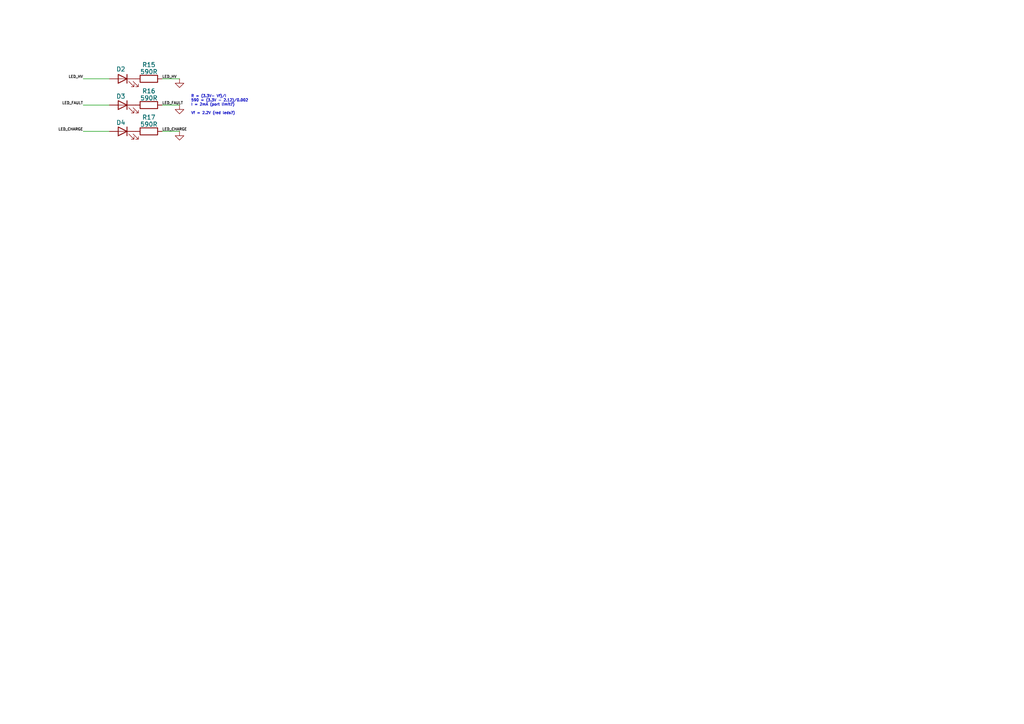
<source format=kicad_sch>
(kicad_sch (version 20250114) (generator "eeschema") (generator_version "9.0")
  (paper "A4")
  (lib_symbols
    (symbol "Device:LED" (pin_numbers (hide yes)) (pin_names (offset 1.016) (hide yes))
      (property "Reference" "D" (at 0 2.54 0))
      (property "Value" "LED" (at 0 -2.54 0))
      (symbol "LED_0_1"
        (polyline (pts (xy -3.048 -0.762) (xy -4.572 -2.286) (xy -3.81 -2.286) (xy -4.572 -2.286) (xy -4.572 -1.524)))
        (polyline (pts (xy -1.778 -0.762) (xy -3.302 -2.286) (xy -2.54 -2.286) (xy -3.302 -2.286) (xy -3.302 -1.524)))
        (polyline (pts (xy -1.27 0) (xy 1.27 0)))
        (polyline (pts (xy -1.27 -1.27) (xy -1.27 1.27)) (stroke (width 0.254)))
        (polyline (pts (xy 1.27 -1.27) (xy 1.27 1.27) (xy -1.27 0) (xy 1.27 -1.27)) (stroke (width 0.254)))
      )
      (symbol "LED_1_1"
        (pin passive line (at -3.81 0 0) (length 2.54) (name "K") (number "1"))
        (pin passive line (at 3.81 0 180) (length 2.54) (name "A") (number "2"))
      )
    )
    (symbol "Device:R" (pin_numbers (hide yes)) (pin_names (offset 0))
      (property "Reference" "R" (at 2.032 0 90))
      (property "Value" "R" (at 0 0 90))
      (symbol "R_0_1"
        (rectangle (start -1.016 -2.54) (end 1.016 2.54) (stroke (width 0.254)))
      )
      (symbol "R_1_1"
        (pin passive line (at 0 3.81 270) (length 1.27) (name "~") (number "1"))
        (pin passive line (at 0 -3.81 90) (length 1.27) (name "~") (number "2"))
      )
    )
    (symbol "power:GND" (power) (pin_numbers (hide yes)) (pin_names (offset 0) (hide yes))
      (property "Value" "GND" (at 0 -3.81 0))
      (symbol "GND_0_1"
        (polyline (pts (xy 0 0) (xy 0 -1.27) (xy 1.27 -1.27) (xy 0 -2.54) (xy -1.27 -1.27) (xy 0 -1.27)))
      )
      (symbol "GND_1_1"
        (pin power_in line (at 0 0 270) (length 0) (name "~") (number "1"))
      )
    )
  )
  (text "R = (3.3V- Vf)/I\n590 = (3.3V - 2.12)/0.002\nI = 2mA (port limit?)\n\nVf = 2.2V (red leds?)\n" (at 55.372 30.48 0) (effects (font (size 0.762 0.762)) (justify left)))
  (wire (pts (xy 24.13 38.1) (xy 31.75 38.1)))
  (wire (pts (xy 52.07 38.1) (xy 46.99 38.1)))
  (wire (pts (xy 52.07 22.86) (xy 46.99 22.86)))
  (wire (pts (xy 24.13 30.48) (xy 31.75 30.48)))
  (wire (pts (xy 24.13 22.86) (xy 31.75 22.86)))
  (wire (pts (xy 52.07 30.48) (xy 46.99 30.48)))
  (label "LED_CHARGE" (at 46.99 38.1 0) (effects (font (size 0.762 0.762))))
  (label "LED_HV" (at 46.99 22.86 0) (effects (font (size 0.762 0.762))))
  (label "LED_FAULT" (at 24.13 30.48 180) (effects (font (size 0.762 0.762))))
  (label "LED_FAULT" (at 46.99 30.48 0) (effects (font (size 0.762 0.762))))
  (label "LED_HV" (at 24.13 22.86 180) (effects (font (size 0.762 0.762))))
  (label "LED_CHARGE" (at 24.13 38.1 180) (effects (font (size 0.762 0.762))))
  (symbol (lib_id "power:GND") (at 52.07 38.1 0) (mirror y) (unit 1)
    (property "Reference" "#PWR029" (effects (hide yes)))
    (property "Value" "GND" (effects (hide yes)))
    (property "Description" "Power symbol creates a global label with name \"GND\" , ground" (effects (hide yes)))
  )
  (symbol (lib_id "Device:LED") (at 35.56 22.86 0) (mirror y) (unit 1)
    (property "Reference" "D2" (at 35.052 20.066 0))
    (property "Value" "LED" (effects (hide yes)))
    (property "Footprint" "LED_SMD:LED_0402_1005Metric" (effects (hide yes)))
    (property "Description" "Light emitting diode" (effects (hide yes)))
    (property "Sim.Pins" "1=K 2=A" (effects (hide yes)))
    (property "Distrbutor Link" "https://www.mouser.com/ProductDetail/Wurth-Elektronik/150040RS73240?qs=sGAEpiMZZMv0DJfhVcWlKzXaUAZs%252BSGNmIzZWRrMt9JQwN0vgp7biA%3D%3D" (effects (hide yes)))
    (property "Manufacturer" "Wurth Elektronik" (effects (hide yes)))
    (property "Part #" "150040RS73240" (effects (hide yes)))
  )
  (symbol (lib_id "Device:R") (at 43.18 30.48 270) (mirror x) (unit 1)
    (property "Reference" "R16" (at 43.18 26.416 90))
    (property "Value" "590R" (at 43.18 28.448 90))
    (property "Footprint" "Resistor_SMD:R_0402_1005Metric" (effects (hide yes)))
    (property "Description" "Resistor" (effects (hide yes)))
    (property "Distrbutor Link" "https://www.mouser.com/ProductDetail/YAGEO/RC0402FR-0722RL?qs=V1yeUXFNrkkRg6zf08ADKQ%3D%3D&srsltid=AfmBOor2cctyaIBQ_jqcS6bpD20PEk7e4pkUfEXfcnBnOJxoQq0CeGeb" (effects (hide yes)))
    (property "Manufacturer" "YAGEO" (effects (hide yes)))
    (property "Part #" "RC0402FR-0722RL " (effects (hide yes)))
  )
  (symbol (lib_id "Device:LED") (at 35.56 38.1 0) (mirror y) (unit 1)
    (property "Reference" "D4" (at 35.052 35.56 0))
    (property "Value" "LED" (effects (hide yes)))
    (property "Footprint" "LED_SMD:LED_0402_1005Metric" (effects (hide yes)))
    (property "Description" "Light emitting diode" (effects (hide yes)))
    (property "Sim.Pins" "1=K 2=A" (effects (hide yes)))
    (property "Distrbutor Link" "https://www.mouser.com/ProductDetail/Wurth-Elektronik/150040RS73240?qs=sGAEpiMZZMv0DJfhVcWlKzXaUAZs%252BSGNmIzZWRrMt9JQwN0vgp7biA%3D%3D" (effects (hide yes)))
    (property "Manufacturer" "Wurth Elektronik" (effects (hide yes)))
    (property "Part #" "150040RS73240" (effects (hide yes)))
  )
  (symbol (lib_id "power:GND") (at 52.07 22.86 0) (mirror y) (unit 1)
    (property "Reference" "#PWR017" (effects (hide yes)))
    (property "Value" "GND" (effects (hide yes)))
    (property "Description" "Power symbol creates a global label with name \"GND\" , ground" (effects (hide yes)))
  )
  (symbol (lib_id "Device:R") (at 43.18 22.86 270) (mirror x) (unit 1)
    (property "Reference" "R15" (at 43.18 18.796 90))
    (property "Value" "590R" (at 43.18 20.828 90))
    (property "Footprint" "Resistor_SMD:R_0402_1005Metric" (effects (hide yes)))
    (property "Description" "Resistor" (effects (hide yes)))
    (property "Distrbutor Link" "https://www.mouser.com/ProductDetail/YAGEO/RC0402FR-0722RL?qs=V1yeUXFNrkkRg6zf08ADKQ%3D%3D&srsltid=AfmBOor2cctyaIBQ_jqcS6bpD20PEk7e4pkUfEXfcnBnOJxoQq0CeGeb" (effects (hide yes)))
    (property "Manufacturer" "YAGEO" (effects (hide yes)))
    (property "Part #" "RC0402FR-0722RL " (effects (hide yes)))
  )
  (symbol (lib_id "Device:R") (at 43.18 38.1 270) (mirror x) (unit 1)
    (property "Reference" "R17" (at 43.18 34.036 90))
    (property "Value" "590R" (at 43.18 36.068 90))
    (property "Footprint" "Resistor_SMD:R_0402_1005Metric" (effects (hide yes)))
    (property "Description" "Resistor" (effects (hide yes)))
    (property "Distrbutor Link" "https://www.mouser.com/ProductDetail/YAGEO/RC0402FR-0722RL?qs=V1yeUXFNrkkRg6zf08ADKQ%3D%3D&srsltid=AfmBOor2cctyaIBQ_jqcS6bpD20PEk7e4pkUfEXfcnBnOJxoQq0CeGeb" (effects (hide yes)))
    (property "Manufacturer" "YAGEO" (effects (hide yes)))
    (property "Part #" "RC0402FR-0722RL " (effects (hide yes)))
  )
  (symbol (lib_id "power:GND") (at 52.07 30.48 0) (mirror y) (unit 1)
    (property "Reference" "#PWR019" (effects (hide yes)))
    (property "Value" "GND" (effects (hide yes)))
    (property "Description" "Power symbol creates a global label with name \"GND\" , ground" (effects (hide yes)))
  )
  (symbol (lib_id "Device:LED") (at 35.56 30.48 0) (mirror y) (unit 1)
    (property "Reference" "D3" (at 35.052 27.94 0))
    (property "Value" "LED" (effects (hide yes)))
    (property "Footprint" "LED_SMD:LED_0402_1005Metric" (effects (hide yes)))
    (property "Description" "Light emitting diode" (effects (hide yes)))
    (property "Sim.Pins" "1=K 2=A" (effects (hide yes)))
    (property "Distrbutor Link" "https://www.mouser.com/ProductDetail/Wurth-Elektronik/150040RS73240?qs=sGAEpiMZZMv0DJfhVcWlKzXaUAZs%252BSGNmIzZWRrMt9JQwN0vgp7biA%3D%3D" (effects (hide yes)))
    (property "Manufacturer" "Wurth Elektronik" (effects (hide yes)))
    (property "Part #" "150040RS73240" (effects (hide yes)))
  )
)
</source>
